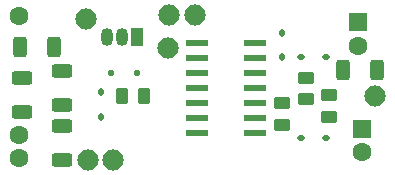
<source format=gbr>
%TF.GenerationSoftware,KiCad,Pcbnew,9.0.1*%
%TF.CreationDate,2025-07-04T12:29:26+03:00*%
%TF.ProjectId,Fan,46616e2e-6b69-4636-9164-5f7063625858,rev?*%
%TF.SameCoordinates,Original*%
%TF.FileFunction,Soldermask,Top*%
%TF.FilePolarity,Negative*%
%FSLAX46Y46*%
G04 Gerber Fmt 4.6, Leading zero omitted, Abs format (unit mm)*
G04 Created by KiCad (PCBNEW 9.0.1) date 2025-07-04 12:29:26*
%MOMM*%
%LPD*%
G01*
G04 APERTURE LIST*
G04 Aperture macros list*
%AMRoundRect*
0 Rectangle with rounded corners*
0 $1 Rounding radius*
0 $2 $3 $4 $5 $6 $7 $8 $9 X,Y pos of 4 corners*
0 Add a 4 corners polygon primitive as box body*
4,1,4,$2,$3,$4,$5,$6,$7,$8,$9,$2,$3,0*
0 Add four circle primitives for the rounded corners*
1,1,$1+$1,$2,$3*
1,1,$1+$1,$4,$5*
1,1,$1+$1,$6,$7*
1,1,$1+$1,$8,$9*
0 Add four rect primitives between the rounded corners*
20,1,$1+$1,$2,$3,$4,$5,0*
20,1,$1+$1,$4,$5,$6,$7,0*
20,1,$1+$1,$6,$7,$8,$9,0*
20,1,$1+$1,$8,$9,$2,$3,0*%
%AMFreePoly0*
4,1,33,0.261256,0.861246,0.424257,0.793729,0.570954,0.695709,0.695709,0.570954,0.793729,0.424257,0.861246,0.261256,0.895666,0.088215,0.895666,-0.088215,0.861246,-0.261256,0.793729,-0.424257,0.695709,-0.570954,0.570954,-0.695709,0.424257,-0.793729,0.261256,-0.861246,0.088215,-0.895666,-0.088215,-0.895666,-0.261256,-0.861246,-0.424257,-0.793729,-0.570954,-0.695709,-0.695709,-0.570954,
-0.793729,-0.424257,-0.861246,-0.261256,-0.895666,-0.088215,-0.895666,0.088215,-0.861246,0.261256,-0.793729,0.424257,-0.695709,0.570954,-0.570954,0.695709,-0.424257,0.793729,-0.261256,0.861246,-0.088215,0.895666,0.088215,0.895666,0.261256,0.861246,0.261256,0.861246,$1*%
G04 Aperture macros list end*
%ADD10C,1.600000*%
%ADD11RoundRect,0.250000X0.312500X0.625000X-0.312500X0.625000X-0.312500X-0.625000X0.312500X-0.625000X0*%
%ADD12RoundRect,0.125000X0.125000X0.125000X-0.125000X0.125000X-0.125000X-0.125000X0.125000X-0.125000X0*%
%ADD13RoundRect,0.112500X-0.112500X0.187500X-0.112500X-0.187500X0.112500X-0.187500X0.112500X0.187500X0*%
%ADD14RoundRect,0.112500X-0.187500X-0.112500X0.187500X-0.112500X0.187500X0.112500X-0.187500X0.112500X0*%
%ADD15RoundRect,0.112500X0.187500X0.112500X-0.187500X0.112500X-0.187500X-0.112500X0.187500X-0.112500X0*%
%ADD16FreePoly0,0.000000*%
%ADD17R,1.969999X0.558000*%
%ADD18RoundRect,0.250000X-0.450000X0.262500X-0.450000X-0.262500X0.450000X-0.262500X0.450000X0.262500X0*%
%ADD19RoundRect,0.250000X0.625000X-0.312500X0.625000X0.312500X-0.625000X0.312500X-0.625000X-0.312500X0*%
%ADD20RoundRect,0.250000X0.450000X-0.262500X0.450000X0.262500X-0.450000X0.262500X-0.450000X-0.262500X0*%
%ADD21RoundRect,0.250000X-0.625000X0.312500X-0.625000X-0.312500X0.625000X-0.312500X0.625000X0.312500X0*%
%ADD22RoundRect,0.250000X0.262500X0.450000X-0.262500X0.450000X-0.262500X-0.450000X0.262500X-0.450000X0*%
%ADD23R,1.600000X1.600000*%
%ADD24R,1.050000X1.500000*%
%ADD25O,1.050000X1.500000*%
G04 APERTURE END LIST*
D10*
%TO.C,C2*%
X101625000Y-65275000D03*
X101625000Y-63275000D03*
X101625000Y-53275000D03*
%TD*%
D11*
%TO.C,R22*%
X101687500Y-55875000D03*
X104612500Y-55875000D03*
%TD*%
D12*
%TO.C,DZ1*%
X111650000Y-58050000D03*
X109450000Y-58050000D03*
%TD*%
D13*
%TO.C,D4*%
X108600000Y-59650000D03*
X108600000Y-61750000D03*
%TD*%
D14*
%TO.C,D2*%
X125500000Y-56675000D03*
X127600000Y-56675000D03*
%TD*%
D15*
%TO.C,D3*%
X127600000Y-63575000D03*
X125500000Y-63575000D03*
%TD*%
D16*
%TO.C,HS2*%
X114225000Y-55975000D03*
%TD*%
D13*
%TO.C,D1*%
X123900000Y-54650000D03*
X123900000Y-56750000D03*
%TD*%
D16*
%TO.C,TP2*%
X107350000Y-53500000D03*
%TD*%
%TO.C,TP4*%
X107475000Y-65450000D03*
%TD*%
D17*
%TO.C,U2*%
X116673700Y-55500000D03*
X116673700Y-56770000D03*
X116673700Y-58040000D03*
X116673700Y-59310000D03*
X116673700Y-60580000D03*
X116673700Y-61850000D03*
X116673700Y-63120000D03*
X121601300Y-63120000D03*
X121601300Y-61850000D03*
X121601300Y-60580000D03*
X121601300Y-59310000D03*
X121601300Y-58040000D03*
X121601300Y-56770000D03*
X121601300Y-55500000D03*
%TD*%
D18*
%TO.C,R6*%
X127875000Y-59962500D03*
X127875000Y-61787500D03*
%TD*%
D16*
%TO.C,TP1*%
X131800000Y-60025000D03*
%TD*%
%TO.C,HS1*%
X114325000Y-53150000D03*
%TD*%
%TO.C,TP3*%
X116575000Y-53150000D03*
%TD*%
D19*
%TO.C,R23*%
X105275000Y-60800000D03*
X105275000Y-57875000D03*
%TD*%
D20*
%TO.C,R3*%
X123900000Y-62425000D03*
X123900000Y-60600000D03*
%TD*%
D18*
%TO.C,R7*%
X125900000Y-58450000D03*
X125900000Y-60275000D03*
%TD*%
D21*
%TO.C,R21*%
X101850000Y-58462500D03*
X101850000Y-61387500D03*
%TD*%
D11*
%TO.C,R1*%
X131962500Y-57800000D03*
X129037500Y-57800000D03*
%TD*%
D16*
%TO.C,TP5*%
X109600000Y-65450000D03*
%TD*%
D22*
%TO.C,R8*%
X112212500Y-60000000D03*
X110387500Y-60000000D03*
%TD*%
D19*
%TO.C,R24*%
X105275000Y-65450000D03*
X105275000Y-62525000D03*
%TD*%
D23*
%TO.C,C1*%
X130375000Y-53775000D03*
D10*
X130375000Y-55775000D03*
%TD*%
D23*
%TO.C,C3*%
X130675000Y-62775000D03*
D10*
X130675000Y-64775000D03*
%TD*%
D24*
%TO.C,D5*%
X111640000Y-55000000D03*
D25*
X110370000Y-55000000D03*
X109100000Y-55000000D03*
%TD*%
M02*

</source>
